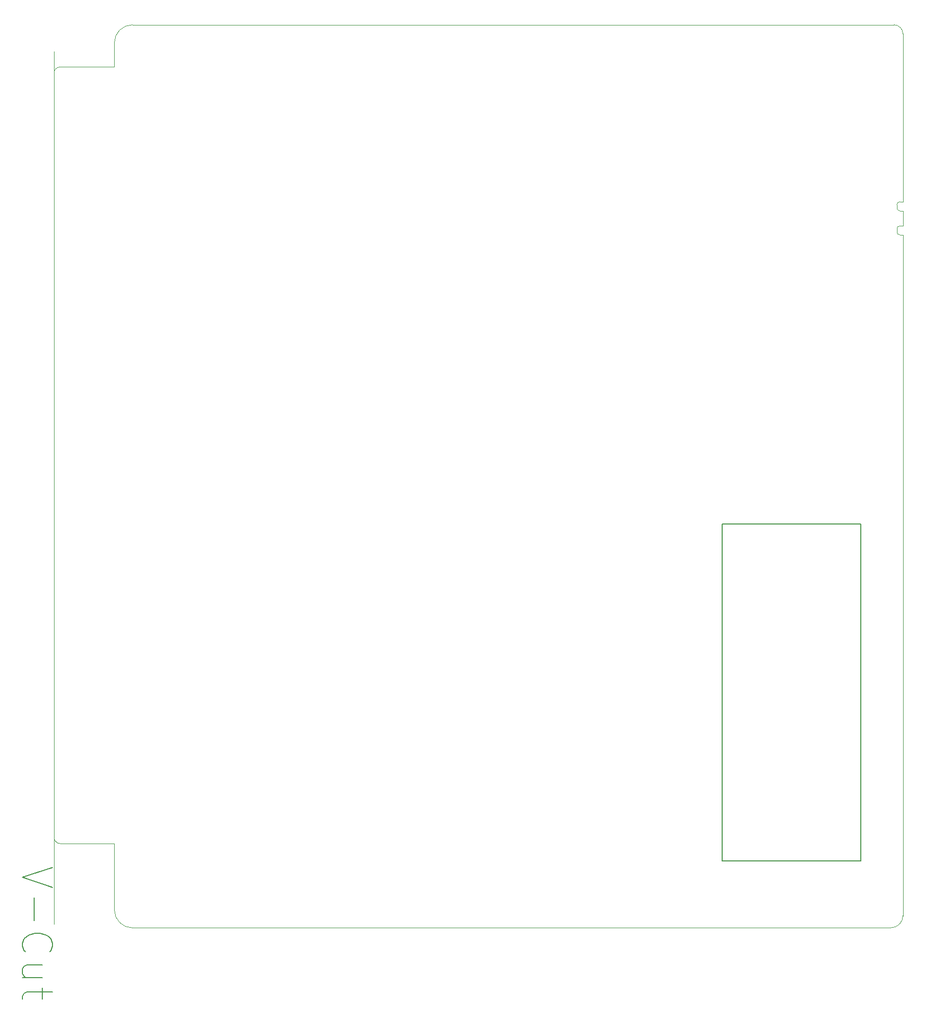
<source format=gm1>
G04 #@! TF.GenerationSoftware,KiCad,Pcbnew,(6.0.5-0)*
G04 #@! TF.CreationDate,2022-09-19T20:24:45+09:00*
G04 #@! TF.ProjectId,kepler-x,6b65706c-6572-42d7-982e-6b696361645f,rev?*
G04 #@! TF.SameCoordinates,Original*
G04 #@! TF.FileFunction,Profile,NP*
%FSLAX46Y46*%
G04 Gerber Fmt 4.6, Leading zero omitted, Abs format (unit mm)*
G04 Created by KiCad (PCBNEW (6.0.5-0)) date 2022-09-19 20:24:45*
%MOMM*%
%LPD*%
G01*
G04 APERTURE LIST*
G04 #@! TA.AperFunction,Profile*
%ADD10C,0.100000*%
G04 #@! TD*
G04 #@! TA.AperFunction,Profile*
%ADD11C,0.150000*%
G04 #@! TD*
%ADD12C,0.150000*%
G04 #@! TA.AperFunction,Profile*
%ADD13C,0.120000*%
G04 #@! TD*
G04 APERTURE END LIST*
D10*
X170000000Y-64500000D02*
G75*
G03*
X170500000Y-65000000I500000J0D01*
G01*
X171000000Y-59500000D02*
X171000000Y-31600000D01*
X170499999Y-59499999D02*
X171000000Y-59500000D01*
X170499999Y-63499999D02*
X171000000Y-63500000D01*
X170499999Y-59499999D02*
G75*
G03*
X169999999Y-59999999I1J-500001D01*
G01*
D11*
X164000000Y-169000000D02*
X141000000Y-169000000D01*
X141000000Y-169000000D02*
X141000000Y-113000000D01*
X141000000Y-113000000D02*
X164000000Y-113000000D01*
X164000000Y-113000000D02*
X164000000Y-169000000D01*
D10*
X171000000Y-61000000D02*
X170500000Y-61000000D01*
X30000000Y-34500000D02*
X30000000Y-179500000D01*
X171000000Y-178100000D02*
X171000000Y-65000000D01*
X170000000Y-64500000D02*
X169999999Y-63999999D01*
X170000000Y-60500000D02*
X169999999Y-59999999D01*
X170000000Y-60500000D02*
G75*
G03*
X170500000Y-61000000I500000J0D01*
G01*
X171000000Y-65000000D02*
X170500000Y-65000000D01*
X170499999Y-63499999D02*
G75*
G03*
X169999999Y-63999999I1J-500001D01*
G01*
X171000000Y-63500000D02*
X171000000Y-61000000D01*
D12*
X29738095Y-170047619D02*
X24738095Y-171714285D01*
X29738095Y-173380952D01*
X26642857Y-175047619D02*
X26642857Y-178857142D01*
X25214285Y-184095238D02*
X24976190Y-183857142D01*
X24738095Y-183142857D01*
X24738095Y-182666666D01*
X24976190Y-181952380D01*
X25452380Y-181476190D01*
X25928571Y-181238095D01*
X26880952Y-181000000D01*
X27595238Y-181000000D01*
X28547619Y-181238095D01*
X29023809Y-181476190D01*
X29500000Y-181952380D01*
X29738095Y-182666666D01*
X29738095Y-183142857D01*
X29500000Y-183857142D01*
X29261904Y-184095238D01*
X28071428Y-188380952D02*
X24738095Y-188380952D01*
X28071428Y-186238095D02*
X25452380Y-186238095D01*
X24976190Y-186476190D01*
X24738095Y-186952380D01*
X24738095Y-187666666D01*
X24976190Y-188142857D01*
X25214285Y-188380952D01*
X28071428Y-190047619D02*
X28071428Y-191952380D01*
X29738095Y-190761904D02*
X25452380Y-190761904D01*
X24976190Y-191000000D01*
X24738095Y-191476190D01*
X24738095Y-191952380D01*
D13*
X43000000Y-30100000D02*
X169500000Y-30100000D01*
X40000000Y-177100000D02*
X40000000Y-166100000D01*
X40000000Y-33100000D02*
X40000000Y-37100000D01*
X43000000Y-180100000D02*
X50000000Y-180100000D01*
X30000000Y-165100000D02*
X30000000Y-101600000D01*
X50000000Y-180100000D02*
X169000000Y-180100000D01*
X40000000Y-37100000D02*
X31000000Y-37100000D01*
X30000000Y-38100000D02*
X30000000Y-101600000D01*
X40000000Y-166100000D02*
X31000000Y-166100000D01*
X30000000Y-165100000D02*
G75*
G03*
X31000000Y-166100000I999999J-1D01*
G01*
X43000000Y-30100000D02*
G75*
G03*
X40000000Y-33100000I0J-3000000D01*
G01*
X169000000Y-180100000D02*
G75*
G03*
X171000000Y-178100000I0J2000000D01*
G01*
X31000000Y-37100000D02*
G75*
G03*
X30000000Y-38100000I-1J-999999D01*
G01*
X40000000Y-177100000D02*
G75*
G03*
X43000000Y-180100000I3000000J0D01*
G01*
X171000000Y-31600000D02*
G75*
G03*
X169500000Y-30100000I-1500000J0D01*
G01*
M02*

</source>
